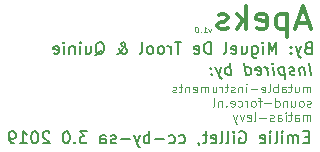
<source format=gbr>
%TF.GenerationSoftware,KiCad,Pcbnew,(6.0.0)*%
%TF.CreationDate,2022-11-14T01:30:50+01:00*%
%TF.ProjectId,Apeks Panel 8mm buttons,4170656b-7320-4506-916e-656c20386d6d,rev?*%
%TF.SameCoordinates,Original*%
%TF.FileFunction,Legend,Bot*%
%TF.FilePolarity,Positive*%
%FSLAX46Y46*%
G04 Gerber Fmt 4.6, Leading zero omitted, Abs format (unit mm)*
G04 Created by KiCad (PCBNEW (6.0.0)) date 2022-11-14 01:30:50*
%MOMM*%
%LPD*%
G01*
G04 APERTURE LIST*
%ADD10C,0.200000*%
%ADD11C,0.125000*%
%ADD12C,0.375000*%
%ADD13C,0.100000*%
%ADD14C,0.150000*%
G04 APERTURE END LIST*
D10*
X118864548Y-157754580D02*
X118739548Y-156754580D01*
X118305025Y-157087914D02*
X118388358Y-157754580D01*
X118316929Y-157183152D02*
X118263358Y-157135533D01*
X118162167Y-157087914D01*
X118019310Y-157087914D01*
X117930025Y-157135533D01*
X117894310Y-157230771D01*
X117959786Y-157754580D01*
X117525263Y-157706961D02*
X117435977Y-157754580D01*
X117245501Y-157754580D01*
X117144310Y-157706961D01*
X117084786Y-157611723D01*
X117078834Y-157564104D01*
X117114548Y-157468866D01*
X117203834Y-157421247D01*
X117346691Y-157421247D01*
X117435977Y-157373628D01*
X117471691Y-157278390D01*
X117465739Y-157230771D01*
X117406215Y-157135533D01*
X117305025Y-157087914D01*
X117162167Y-157087914D01*
X117072882Y-157135533D01*
X116590739Y-157087914D02*
X116715739Y-158087914D01*
X116596691Y-157135533D02*
X116495501Y-157087914D01*
X116305025Y-157087914D01*
X116215739Y-157135533D01*
X116174072Y-157183152D01*
X116138358Y-157278390D01*
X116174072Y-157564104D01*
X116233596Y-157659342D01*
X116287167Y-157706961D01*
X116388358Y-157754580D01*
X116578834Y-157754580D01*
X116668120Y-157706961D01*
X115769310Y-157754580D02*
X115685977Y-157087914D01*
X115644310Y-156754580D02*
X115697882Y-156802200D01*
X115656215Y-156849819D01*
X115602644Y-156802200D01*
X115644310Y-156754580D01*
X115656215Y-156849819D01*
X115293120Y-157754580D02*
X115209786Y-157087914D01*
X115233596Y-157278390D02*
X115174072Y-157183152D01*
X115120501Y-157135533D01*
X115019310Y-157087914D01*
X114924072Y-157087914D01*
X114287167Y-157706961D02*
X114388358Y-157754580D01*
X114578834Y-157754580D01*
X114668120Y-157706961D01*
X114703834Y-157611723D01*
X114656215Y-157230771D01*
X114596691Y-157135533D01*
X114495501Y-157087914D01*
X114305025Y-157087914D01*
X114215739Y-157135533D01*
X114180025Y-157230771D01*
X114191929Y-157326009D01*
X114680025Y-157421247D01*
X113388358Y-157754580D02*
X113263358Y-156754580D01*
X113382405Y-157706961D02*
X113483596Y-157754580D01*
X113674072Y-157754580D01*
X113763358Y-157706961D01*
X113805025Y-157659342D01*
X113840739Y-157564104D01*
X113805025Y-157278390D01*
X113745501Y-157183152D01*
X113691929Y-157135533D01*
X113590739Y-157087914D01*
X113400263Y-157087914D01*
X113310977Y-157135533D01*
X112150263Y-157754580D02*
X112025263Y-156754580D01*
X112072882Y-157135533D02*
X111971691Y-157087914D01*
X111781215Y-157087914D01*
X111691929Y-157135533D01*
X111650263Y-157183152D01*
X111614548Y-157278390D01*
X111650263Y-157564104D01*
X111709786Y-157659342D01*
X111763358Y-157706961D01*
X111864548Y-157754580D01*
X112055025Y-157754580D01*
X112144310Y-157706961D01*
X111257405Y-157087914D02*
X111102644Y-157754580D01*
X110781215Y-157087914D02*
X111102644Y-157754580D01*
X111227644Y-157992676D01*
X111281215Y-158040295D01*
X111382405Y-158087914D01*
X110471691Y-157659342D02*
X110430025Y-157706961D01*
X110483596Y-157754580D01*
X110525263Y-157706961D01*
X110471691Y-157659342D01*
X110483596Y-157754580D01*
X110406215Y-157135533D02*
X110364548Y-157183152D01*
X110418120Y-157230771D01*
X110459786Y-157183152D01*
X110406215Y-157135533D01*
X110418120Y-157230771D01*
X118692066Y-163004771D02*
X118358733Y-163004771D01*
X118215876Y-163528580D02*
X118692066Y-163528580D01*
X118692066Y-162528580D01*
X118215876Y-162528580D01*
X117787304Y-163528580D02*
X117787304Y-162861914D01*
X117787304Y-162957152D02*
X117739685Y-162909533D01*
X117644447Y-162861914D01*
X117501590Y-162861914D01*
X117406352Y-162909533D01*
X117358733Y-163004771D01*
X117358733Y-163528580D01*
X117358733Y-163004771D02*
X117311114Y-162909533D01*
X117215876Y-162861914D01*
X117073019Y-162861914D01*
X116977780Y-162909533D01*
X116930161Y-163004771D01*
X116930161Y-163528580D01*
X116453971Y-163528580D02*
X116453971Y-162861914D01*
X116453971Y-162528580D02*
X116501590Y-162576200D01*
X116453971Y-162623819D01*
X116406352Y-162576200D01*
X116453971Y-162528580D01*
X116453971Y-162623819D01*
X115834923Y-163528580D02*
X115930161Y-163480961D01*
X115977780Y-163385723D01*
X115977780Y-162528580D01*
X115453971Y-163528580D02*
X115453971Y-162861914D01*
X115453971Y-162528580D02*
X115501590Y-162576200D01*
X115453971Y-162623819D01*
X115406352Y-162576200D01*
X115453971Y-162528580D01*
X115453971Y-162623819D01*
X114596828Y-163480961D02*
X114692066Y-163528580D01*
X114882542Y-163528580D01*
X114977780Y-163480961D01*
X115025400Y-163385723D01*
X115025400Y-163004771D01*
X114977780Y-162909533D01*
X114882542Y-162861914D01*
X114692066Y-162861914D01*
X114596828Y-162909533D01*
X114549209Y-163004771D01*
X114549209Y-163100009D01*
X115025400Y-163195247D01*
X112834923Y-162576200D02*
X112930161Y-162528580D01*
X113073019Y-162528580D01*
X113215876Y-162576200D01*
X113311114Y-162671438D01*
X113358733Y-162766676D01*
X113406352Y-162957152D01*
X113406352Y-163100009D01*
X113358733Y-163290485D01*
X113311114Y-163385723D01*
X113215876Y-163480961D01*
X113073019Y-163528580D01*
X112977780Y-163528580D01*
X112834923Y-163480961D01*
X112787304Y-163433342D01*
X112787304Y-163100009D01*
X112977780Y-163100009D01*
X112358733Y-163528580D02*
X112358733Y-162861914D01*
X112358733Y-162528580D02*
X112406352Y-162576200D01*
X112358733Y-162623819D01*
X112311114Y-162576200D01*
X112358733Y-162528580D01*
X112358733Y-162623819D01*
X111739685Y-163528580D02*
X111834923Y-163480961D01*
X111882542Y-163385723D01*
X111882542Y-162528580D01*
X111215876Y-163528580D02*
X111311114Y-163480961D01*
X111358733Y-163385723D01*
X111358733Y-162528580D01*
X110453971Y-163480961D02*
X110549209Y-163528580D01*
X110739685Y-163528580D01*
X110834923Y-163480961D01*
X110882542Y-163385723D01*
X110882542Y-163004771D01*
X110834923Y-162909533D01*
X110739685Y-162861914D01*
X110549209Y-162861914D01*
X110453971Y-162909533D01*
X110406352Y-163004771D01*
X110406352Y-163100009D01*
X110882542Y-163195247D01*
X110120638Y-162861914D02*
X109739685Y-162861914D01*
X109977780Y-162528580D02*
X109977780Y-163385723D01*
X109930161Y-163480961D01*
X109834923Y-163528580D01*
X109739685Y-163528580D01*
X109358733Y-163480961D02*
X109358733Y-163528580D01*
X109406352Y-163623819D01*
X109453971Y-163671438D01*
X107739685Y-163480961D02*
X107834923Y-163528580D01*
X108025400Y-163528580D01*
X108120638Y-163480961D01*
X108168257Y-163433342D01*
X108215876Y-163338104D01*
X108215876Y-163052390D01*
X108168257Y-162957152D01*
X108120638Y-162909533D01*
X108025400Y-162861914D01*
X107834923Y-162861914D01*
X107739685Y-162909533D01*
X106882542Y-163480961D02*
X106977780Y-163528580D01*
X107168257Y-163528580D01*
X107263495Y-163480961D01*
X107311114Y-163433342D01*
X107358733Y-163338104D01*
X107358733Y-163052390D01*
X107311114Y-162957152D01*
X107263495Y-162909533D01*
X107168257Y-162861914D01*
X106977780Y-162861914D01*
X106882542Y-162909533D01*
X106453971Y-163147628D02*
X105692066Y-163147628D01*
X105215876Y-163528580D02*
X105215876Y-162528580D01*
X105215876Y-162909533D02*
X105120638Y-162861914D01*
X104930161Y-162861914D01*
X104834923Y-162909533D01*
X104787304Y-162957152D01*
X104739685Y-163052390D01*
X104739685Y-163338104D01*
X104787304Y-163433342D01*
X104834923Y-163480961D01*
X104930161Y-163528580D01*
X105120638Y-163528580D01*
X105215876Y-163480961D01*
X104406352Y-162861914D02*
X104168257Y-163528580D01*
X103930161Y-162861914D02*
X104168257Y-163528580D01*
X104263495Y-163766676D01*
X104311114Y-163814295D01*
X104406352Y-163861914D01*
X103549209Y-163147628D02*
X102787304Y-163147628D01*
X102358733Y-163480961D02*
X102263495Y-163528580D01*
X102073019Y-163528580D01*
X101977780Y-163480961D01*
X101930161Y-163385723D01*
X101930161Y-163338104D01*
X101977780Y-163242866D01*
X102073019Y-163195247D01*
X102215876Y-163195247D01*
X102311114Y-163147628D01*
X102358733Y-163052390D01*
X102358733Y-163004771D01*
X102311114Y-162909533D01*
X102215876Y-162861914D01*
X102073019Y-162861914D01*
X101977780Y-162909533D01*
X101073019Y-163528580D02*
X101073019Y-163004771D01*
X101120638Y-162909533D01*
X101215876Y-162861914D01*
X101406352Y-162861914D01*
X101501590Y-162909533D01*
X101073019Y-163480961D02*
X101168257Y-163528580D01*
X101406352Y-163528580D01*
X101501590Y-163480961D01*
X101549209Y-163385723D01*
X101549209Y-163290485D01*
X101501590Y-163195247D01*
X101406352Y-163147628D01*
X101168257Y-163147628D01*
X101073019Y-163100009D01*
X99930161Y-162528580D02*
X99311114Y-162528580D01*
X99644447Y-162909533D01*
X99501590Y-162909533D01*
X99406352Y-162957152D01*
X99358733Y-163004771D01*
X99311114Y-163100009D01*
X99311114Y-163338104D01*
X99358733Y-163433342D01*
X99406352Y-163480961D01*
X99501590Y-163528580D01*
X99787304Y-163528580D01*
X99882542Y-163480961D01*
X99930161Y-163433342D01*
X98882542Y-163433342D02*
X98834923Y-163480961D01*
X98882542Y-163528580D01*
X98930161Y-163480961D01*
X98882542Y-163433342D01*
X98882542Y-163528580D01*
X98215876Y-162528580D02*
X98120638Y-162528580D01*
X98025400Y-162576200D01*
X97977780Y-162623819D01*
X97930161Y-162719057D01*
X97882542Y-162909533D01*
X97882542Y-163147628D01*
X97930161Y-163338104D01*
X97977780Y-163433342D01*
X98025400Y-163480961D01*
X98120638Y-163528580D01*
X98215876Y-163528580D01*
X98311114Y-163480961D01*
X98358733Y-163433342D01*
X98406352Y-163338104D01*
X98453971Y-163147628D01*
X98453971Y-162909533D01*
X98406352Y-162719057D01*
X98358733Y-162623819D01*
X98311114Y-162576200D01*
X98215876Y-162528580D01*
X96739685Y-162623819D02*
X96692066Y-162576200D01*
X96596828Y-162528580D01*
X96358733Y-162528580D01*
X96263495Y-162576200D01*
X96215876Y-162623819D01*
X96168257Y-162719057D01*
X96168257Y-162814295D01*
X96215876Y-162957152D01*
X96787304Y-163528580D01*
X96168257Y-163528580D01*
X95549209Y-162528580D02*
X95453971Y-162528580D01*
X95358733Y-162576200D01*
X95311114Y-162623819D01*
X95263495Y-162719057D01*
X95215876Y-162909533D01*
X95215876Y-163147628D01*
X95263495Y-163338104D01*
X95311114Y-163433342D01*
X95358733Y-163480961D01*
X95453971Y-163528580D01*
X95549209Y-163528580D01*
X95644447Y-163480961D01*
X95692066Y-163433342D01*
X95739685Y-163338104D01*
X95787304Y-163147628D01*
X95787304Y-162909533D01*
X95739685Y-162719057D01*
X95692066Y-162623819D01*
X95644447Y-162576200D01*
X95549209Y-162528580D01*
X94263495Y-163528580D02*
X94834923Y-163528580D01*
X94549209Y-163528580D02*
X94549209Y-162528580D01*
X94644447Y-162671438D01*
X94739685Y-162766676D01*
X94834923Y-162814295D01*
X93787304Y-163528580D02*
X93596828Y-163528580D01*
X93501590Y-163480961D01*
X93453971Y-163433342D01*
X93358733Y-163290485D01*
X93311114Y-163100009D01*
X93311114Y-162719057D01*
X93358733Y-162623819D01*
X93406352Y-162576200D01*
X93501590Y-162528580D01*
X93692066Y-162528580D01*
X93787304Y-162576200D01*
X93834923Y-162623819D01*
X93882542Y-162719057D01*
X93882542Y-162957152D01*
X93834923Y-163052390D01*
X93787304Y-163100009D01*
X93692066Y-163147628D01*
X93501590Y-163147628D01*
X93406352Y-163100009D01*
X93358733Y-163052390D01*
X93311114Y-162957152D01*
D11*
X110447955Y-153816857D02*
X110370574Y-154150190D01*
X110209860Y-153816857D01*
X109799145Y-154150190D02*
X110084860Y-154150190D01*
X109942002Y-154150190D02*
X109879502Y-153650190D01*
X109936050Y-153721619D01*
X109989622Y-153769238D01*
X110040217Y-153793047D01*
X109578907Y-154102571D02*
X109558074Y-154126380D01*
X109584860Y-154150190D01*
X109605693Y-154126380D01*
X109578907Y-154102571D01*
X109584860Y-154150190D01*
X109189026Y-153650190D02*
X109141407Y-153650190D01*
X109096764Y-153674000D01*
X109075931Y-153697809D01*
X109058074Y-153745428D01*
X109046169Y-153840666D01*
X109061050Y-153959714D01*
X109096764Y-154054952D01*
X109126526Y-154102571D01*
X109153312Y-154126380D01*
X109203907Y-154150190D01*
X109251526Y-154150190D01*
X109296169Y-154126380D01*
X109317002Y-154102571D01*
X109334860Y-154054952D01*
X109346764Y-153959714D01*
X109331883Y-153840666D01*
X109296169Y-153745428D01*
X109266407Y-153697809D01*
X109239622Y-153674000D01*
X109189026Y-153650190D01*
D12*
X118690542Y-153317533D02*
X117738161Y-153317533D01*
X118881019Y-153888961D02*
X118214352Y-151888961D01*
X117547685Y-153888961D01*
X116881019Y-152555628D02*
X116881019Y-154555628D01*
X116881019Y-152650866D02*
X116690542Y-152555628D01*
X116309590Y-152555628D01*
X116119114Y-152650866D01*
X116023876Y-152746104D01*
X115928638Y-152936580D01*
X115928638Y-153508009D01*
X116023876Y-153698485D01*
X116119114Y-153793723D01*
X116309590Y-153888961D01*
X116690542Y-153888961D01*
X116881019Y-153793723D01*
X114309590Y-153793723D02*
X114500066Y-153888961D01*
X114881019Y-153888961D01*
X115071495Y-153793723D01*
X115166733Y-153603247D01*
X115166733Y-152841342D01*
X115071495Y-152650866D01*
X114881019Y-152555628D01*
X114500066Y-152555628D01*
X114309590Y-152650866D01*
X114214352Y-152841342D01*
X114214352Y-153031819D01*
X115166733Y-153222295D01*
X113357209Y-153888961D02*
X113357209Y-151888961D01*
X113166733Y-153127057D02*
X112595304Y-153888961D01*
X112595304Y-152555628D02*
X113357209Y-153317533D01*
X111833400Y-153793723D02*
X111642923Y-153888961D01*
X111261971Y-153888961D01*
X111071495Y-153793723D01*
X110976257Y-153603247D01*
X110976257Y-153508009D01*
X111071495Y-153317533D01*
X111261971Y-153222295D01*
X111547685Y-153222295D01*
X111738161Y-153127057D01*
X111833400Y-152936580D01*
X111833400Y-152841342D01*
X111738161Y-152650866D01*
X111547685Y-152555628D01*
X111261971Y-152555628D01*
X111071495Y-152650866D01*
D13*
X118847428Y-159227985D02*
X118847428Y-158727985D01*
X118847428Y-158799414D02*
X118811714Y-158763700D01*
X118740285Y-158727985D01*
X118633142Y-158727985D01*
X118561714Y-158763700D01*
X118526000Y-158835128D01*
X118526000Y-159227985D01*
X118526000Y-158835128D02*
X118490285Y-158763700D01*
X118418857Y-158727985D01*
X118311714Y-158727985D01*
X118240285Y-158763700D01*
X118204571Y-158835128D01*
X118204571Y-159227985D01*
X117526000Y-158727985D02*
X117526000Y-159227985D01*
X117847428Y-158727985D02*
X117847428Y-159120842D01*
X117811714Y-159192271D01*
X117740285Y-159227985D01*
X117633142Y-159227985D01*
X117561714Y-159192271D01*
X117526000Y-159156557D01*
X117276000Y-158727985D02*
X116990285Y-158727985D01*
X117168857Y-158477985D02*
X117168857Y-159120842D01*
X117133142Y-159192271D01*
X117061714Y-159227985D01*
X116990285Y-159227985D01*
X116418857Y-159227985D02*
X116418857Y-158835128D01*
X116454571Y-158763700D01*
X116526000Y-158727985D01*
X116668857Y-158727985D01*
X116740285Y-158763700D01*
X116418857Y-159192271D02*
X116490285Y-159227985D01*
X116668857Y-159227985D01*
X116740285Y-159192271D01*
X116776000Y-159120842D01*
X116776000Y-159049414D01*
X116740285Y-158977985D01*
X116668857Y-158942271D01*
X116490285Y-158942271D01*
X116418857Y-158906557D01*
X116061714Y-159227985D02*
X116061714Y-158477985D01*
X116061714Y-158763700D02*
X115990285Y-158727985D01*
X115847428Y-158727985D01*
X115776000Y-158763700D01*
X115740285Y-158799414D01*
X115704571Y-158870842D01*
X115704571Y-159085128D01*
X115740285Y-159156557D01*
X115776000Y-159192271D01*
X115847428Y-159227985D01*
X115990285Y-159227985D01*
X116061714Y-159192271D01*
X115276000Y-159227985D02*
X115347428Y-159192271D01*
X115383142Y-159120842D01*
X115383142Y-158477985D01*
X114704571Y-159192271D02*
X114776000Y-159227985D01*
X114918857Y-159227985D01*
X114990285Y-159192271D01*
X115026000Y-159120842D01*
X115026000Y-158835128D01*
X114990285Y-158763700D01*
X114918857Y-158727985D01*
X114776000Y-158727985D01*
X114704571Y-158763700D01*
X114668857Y-158835128D01*
X114668857Y-158906557D01*
X115026000Y-158977985D01*
X114347428Y-158942271D02*
X113776000Y-158942271D01*
X113418857Y-159227985D02*
X113418857Y-158727985D01*
X113418857Y-158477985D02*
X113454571Y-158513700D01*
X113418857Y-158549414D01*
X113383142Y-158513700D01*
X113418857Y-158477985D01*
X113418857Y-158549414D01*
X113061714Y-158727985D02*
X113061714Y-159227985D01*
X113061714Y-158799414D02*
X113026000Y-158763700D01*
X112954571Y-158727985D01*
X112847428Y-158727985D01*
X112776000Y-158763700D01*
X112740285Y-158835128D01*
X112740285Y-159227985D01*
X112418857Y-159192271D02*
X112347428Y-159227985D01*
X112204571Y-159227985D01*
X112133142Y-159192271D01*
X112097428Y-159120842D01*
X112097428Y-159085128D01*
X112133142Y-159013700D01*
X112204571Y-158977985D01*
X112311714Y-158977985D01*
X112383142Y-158942271D01*
X112418857Y-158870842D01*
X112418857Y-158835128D01*
X112383142Y-158763700D01*
X112311714Y-158727985D01*
X112204571Y-158727985D01*
X112133142Y-158763700D01*
X111883142Y-158727985D02*
X111597428Y-158727985D01*
X111776000Y-158477985D02*
X111776000Y-159120842D01*
X111740285Y-159192271D01*
X111668857Y-159227985D01*
X111597428Y-159227985D01*
X111347428Y-159227985D02*
X111347428Y-158727985D01*
X111347428Y-158870842D02*
X111311714Y-158799414D01*
X111276000Y-158763700D01*
X111204571Y-158727985D01*
X111133142Y-158727985D01*
X110561714Y-158727985D02*
X110561714Y-159227985D01*
X110883142Y-158727985D02*
X110883142Y-159120842D01*
X110847428Y-159192271D01*
X110776000Y-159227985D01*
X110668857Y-159227985D01*
X110597428Y-159192271D01*
X110561714Y-159156557D01*
X110204571Y-159227985D02*
X110204571Y-158727985D01*
X110204571Y-158799414D02*
X110168857Y-158763700D01*
X110097428Y-158727985D01*
X109990285Y-158727985D01*
X109918857Y-158763700D01*
X109883142Y-158835128D01*
X109883142Y-159227985D01*
X109883142Y-158835128D02*
X109847428Y-158763700D01*
X109776000Y-158727985D01*
X109668857Y-158727985D01*
X109597428Y-158763700D01*
X109561714Y-158835128D01*
X109561714Y-159227985D01*
X108918857Y-159192271D02*
X108990285Y-159227985D01*
X109133142Y-159227985D01*
X109204571Y-159192271D01*
X109240285Y-159120842D01*
X109240285Y-158835128D01*
X109204571Y-158763700D01*
X109133142Y-158727985D01*
X108990285Y-158727985D01*
X108918857Y-158763700D01*
X108883142Y-158835128D01*
X108883142Y-158906557D01*
X109240285Y-158977985D01*
X108561714Y-158727985D02*
X108561714Y-159227985D01*
X108561714Y-158799414D02*
X108526000Y-158763700D01*
X108454571Y-158727985D01*
X108347428Y-158727985D01*
X108276000Y-158763700D01*
X108240285Y-158835128D01*
X108240285Y-159227985D01*
X107990285Y-158727985D02*
X107704571Y-158727985D01*
X107883142Y-158477985D02*
X107883142Y-159120842D01*
X107847428Y-159192271D01*
X107776000Y-159227985D01*
X107704571Y-159227985D01*
X107490285Y-159192271D02*
X107418857Y-159227985D01*
X107276000Y-159227985D01*
X107204571Y-159192271D01*
X107168857Y-159120842D01*
X107168857Y-159085128D01*
X107204571Y-159013700D01*
X107276000Y-158977985D01*
X107383142Y-158977985D01*
X107454571Y-158942271D01*
X107490285Y-158870842D01*
X107490285Y-158835128D01*
X107454571Y-158763700D01*
X107383142Y-158727985D01*
X107276000Y-158727985D01*
X107204571Y-158763700D01*
X118883142Y-160399771D02*
X118811714Y-160435485D01*
X118668857Y-160435485D01*
X118597428Y-160399771D01*
X118561714Y-160328342D01*
X118561714Y-160292628D01*
X118597428Y-160221200D01*
X118668857Y-160185485D01*
X118776000Y-160185485D01*
X118847428Y-160149771D01*
X118883142Y-160078342D01*
X118883142Y-160042628D01*
X118847428Y-159971200D01*
X118776000Y-159935485D01*
X118668857Y-159935485D01*
X118597428Y-159971200D01*
X118133142Y-160435485D02*
X118204571Y-160399771D01*
X118240285Y-160364057D01*
X118276000Y-160292628D01*
X118276000Y-160078342D01*
X118240285Y-160006914D01*
X118204571Y-159971200D01*
X118133142Y-159935485D01*
X118026000Y-159935485D01*
X117954571Y-159971200D01*
X117918857Y-160006914D01*
X117883142Y-160078342D01*
X117883142Y-160292628D01*
X117918857Y-160364057D01*
X117954571Y-160399771D01*
X118026000Y-160435485D01*
X118133142Y-160435485D01*
X117240285Y-159935485D02*
X117240285Y-160435485D01*
X117561714Y-159935485D02*
X117561714Y-160328342D01*
X117526000Y-160399771D01*
X117454571Y-160435485D01*
X117347428Y-160435485D01*
X117276000Y-160399771D01*
X117240285Y-160364057D01*
X116883142Y-159935485D02*
X116883142Y-160435485D01*
X116883142Y-160006914D02*
X116847428Y-159971200D01*
X116776000Y-159935485D01*
X116668857Y-159935485D01*
X116597428Y-159971200D01*
X116561714Y-160042628D01*
X116561714Y-160435485D01*
X115883142Y-160435485D02*
X115883142Y-159685485D01*
X115883142Y-160399771D02*
X115954571Y-160435485D01*
X116097428Y-160435485D01*
X116168857Y-160399771D01*
X116204571Y-160364057D01*
X116240285Y-160292628D01*
X116240285Y-160078342D01*
X116204571Y-160006914D01*
X116168857Y-159971200D01*
X116097428Y-159935485D01*
X115954571Y-159935485D01*
X115883142Y-159971200D01*
X115526000Y-160149771D02*
X114954571Y-160149771D01*
X114704571Y-159935485D02*
X114418857Y-159935485D01*
X114597428Y-160435485D02*
X114597428Y-159792628D01*
X114561714Y-159721200D01*
X114490285Y-159685485D01*
X114418857Y-159685485D01*
X114061714Y-160435485D02*
X114133142Y-160399771D01*
X114168857Y-160364057D01*
X114204571Y-160292628D01*
X114204571Y-160078342D01*
X114168857Y-160006914D01*
X114133142Y-159971200D01*
X114061714Y-159935485D01*
X113954571Y-159935485D01*
X113883142Y-159971200D01*
X113847428Y-160006914D01*
X113811714Y-160078342D01*
X113811714Y-160292628D01*
X113847428Y-160364057D01*
X113883142Y-160399771D01*
X113954571Y-160435485D01*
X114061714Y-160435485D01*
X113490285Y-160435485D02*
X113490285Y-159935485D01*
X113490285Y-160078342D02*
X113454571Y-160006914D01*
X113418857Y-159971200D01*
X113347428Y-159935485D01*
X113276000Y-159935485D01*
X112704571Y-160399771D02*
X112776000Y-160435485D01*
X112918857Y-160435485D01*
X112990285Y-160399771D01*
X113026000Y-160364057D01*
X113061714Y-160292628D01*
X113061714Y-160078342D01*
X113026000Y-160006914D01*
X112990285Y-159971200D01*
X112918857Y-159935485D01*
X112776000Y-159935485D01*
X112704571Y-159971200D01*
X112097428Y-160399771D02*
X112168857Y-160435485D01*
X112311714Y-160435485D01*
X112383142Y-160399771D01*
X112418857Y-160328342D01*
X112418857Y-160042628D01*
X112383142Y-159971200D01*
X112311714Y-159935485D01*
X112168857Y-159935485D01*
X112097428Y-159971200D01*
X112061714Y-160042628D01*
X112061714Y-160114057D01*
X112418857Y-160185485D01*
X111740285Y-160364057D02*
X111704571Y-160399771D01*
X111740285Y-160435485D01*
X111776000Y-160399771D01*
X111740285Y-160364057D01*
X111740285Y-160435485D01*
X111383142Y-159935485D02*
X111383142Y-160435485D01*
X111383142Y-160006914D02*
X111347428Y-159971200D01*
X111276000Y-159935485D01*
X111168857Y-159935485D01*
X111097428Y-159971200D01*
X111061714Y-160042628D01*
X111061714Y-160435485D01*
X110597428Y-160435485D02*
X110668857Y-160399771D01*
X110704571Y-160328342D01*
X110704571Y-159685485D01*
X118847428Y-161642985D02*
X118847428Y-161142985D01*
X118847428Y-161214414D02*
X118811714Y-161178700D01*
X118740285Y-161142985D01*
X118633142Y-161142985D01*
X118561714Y-161178700D01*
X118526000Y-161250128D01*
X118526000Y-161642985D01*
X118526000Y-161250128D02*
X118490285Y-161178700D01*
X118418857Y-161142985D01*
X118311714Y-161142985D01*
X118240285Y-161178700D01*
X118204571Y-161250128D01*
X118204571Y-161642985D01*
X117526000Y-161642985D02*
X117526000Y-161250128D01*
X117561714Y-161178700D01*
X117633142Y-161142985D01*
X117776000Y-161142985D01*
X117847428Y-161178700D01*
X117526000Y-161607271D02*
X117597428Y-161642985D01*
X117776000Y-161642985D01*
X117847428Y-161607271D01*
X117883142Y-161535842D01*
X117883142Y-161464414D01*
X117847428Y-161392985D01*
X117776000Y-161357271D01*
X117597428Y-161357271D01*
X117526000Y-161321557D01*
X117276000Y-161142985D02*
X116990285Y-161142985D01*
X117168857Y-160892985D02*
X117168857Y-161535842D01*
X117133142Y-161607271D01*
X117061714Y-161642985D01*
X116990285Y-161642985D01*
X116740285Y-161642985D02*
X116740285Y-161142985D01*
X116740285Y-160892985D02*
X116776000Y-160928700D01*
X116740285Y-160964414D01*
X116704571Y-160928700D01*
X116740285Y-160892985D01*
X116740285Y-160964414D01*
X116061714Y-161642985D02*
X116061714Y-161250128D01*
X116097428Y-161178700D01*
X116168857Y-161142985D01*
X116311714Y-161142985D01*
X116383142Y-161178700D01*
X116061714Y-161607271D02*
X116133142Y-161642985D01*
X116311714Y-161642985D01*
X116383142Y-161607271D01*
X116418857Y-161535842D01*
X116418857Y-161464414D01*
X116383142Y-161392985D01*
X116311714Y-161357271D01*
X116133142Y-161357271D01*
X116061714Y-161321557D01*
X115740285Y-161607271D02*
X115668857Y-161642985D01*
X115526000Y-161642985D01*
X115454571Y-161607271D01*
X115418857Y-161535842D01*
X115418857Y-161500128D01*
X115454571Y-161428700D01*
X115526000Y-161392985D01*
X115633142Y-161392985D01*
X115704571Y-161357271D01*
X115740285Y-161285842D01*
X115740285Y-161250128D01*
X115704571Y-161178700D01*
X115633142Y-161142985D01*
X115526000Y-161142985D01*
X115454571Y-161178700D01*
X115097428Y-161357271D02*
X114526000Y-161357271D01*
X114061714Y-161642985D02*
X114133142Y-161607271D01*
X114168857Y-161535842D01*
X114168857Y-160892985D01*
X113490285Y-161607271D02*
X113561714Y-161642985D01*
X113704571Y-161642985D01*
X113776000Y-161607271D01*
X113811714Y-161535842D01*
X113811714Y-161250128D01*
X113776000Y-161178700D01*
X113704571Y-161142985D01*
X113561714Y-161142985D01*
X113490285Y-161178700D01*
X113454571Y-161250128D01*
X113454571Y-161321557D01*
X113811714Y-161392985D01*
X113204571Y-161142985D02*
X113026000Y-161642985D01*
X112847428Y-161142985D01*
X112633142Y-161142985D02*
X112454571Y-161642985D01*
X112276000Y-161142985D02*
X112454571Y-161642985D01*
X112526000Y-161821557D01*
X112561714Y-161857271D01*
X112633142Y-161892985D01*
D14*
X118634871Y-155452771D02*
X118492014Y-155500390D01*
X118444395Y-155548009D01*
X118396776Y-155643247D01*
X118396776Y-155786104D01*
X118444395Y-155881342D01*
X118492014Y-155928961D01*
X118587252Y-155976580D01*
X118968204Y-155976580D01*
X118968204Y-154976580D01*
X118634871Y-154976580D01*
X118539633Y-155024200D01*
X118492014Y-155071819D01*
X118444395Y-155167057D01*
X118444395Y-155262295D01*
X118492014Y-155357533D01*
X118539633Y-155405152D01*
X118634871Y-155452771D01*
X118968204Y-155452771D01*
X118063442Y-155309914D02*
X117825347Y-155976580D01*
X117587252Y-155309914D02*
X117825347Y-155976580D01*
X117920585Y-156214676D01*
X117968204Y-156262295D01*
X118063442Y-156309914D01*
X117206300Y-155881342D02*
X117158680Y-155928961D01*
X117206300Y-155976580D01*
X117253919Y-155928961D01*
X117206300Y-155881342D01*
X117206300Y-155976580D01*
X117206300Y-155357533D02*
X117158680Y-155405152D01*
X117206300Y-155452771D01*
X117253919Y-155405152D01*
X117206300Y-155357533D01*
X117206300Y-155452771D01*
X115968204Y-155976580D02*
X115968204Y-154976580D01*
X115634871Y-155690866D01*
X115301538Y-154976580D01*
X115301538Y-155976580D01*
X114825347Y-155976580D02*
X114825347Y-155309914D01*
X114825347Y-154976580D02*
X114872966Y-155024200D01*
X114825347Y-155071819D01*
X114777728Y-155024200D01*
X114825347Y-154976580D01*
X114825347Y-155071819D01*
X113920585Y-155309914D02*
X113920585Y-156119438D01*
X113968204Y-156214676D01*
X114015823Y-156262295D01*
X114111061Y-156309914D01*
X114253919Y-156309914D01*
X114349157Y-156262295D01*
X113920585Y-155928961D02*
X114015823Y-155976580D01*
X114206300Y-155976580D01*
X114301538Y-155928961D01*
X114349157Y-155881342D01*
X114396776Y-155786104D01*
X114396776Y-155500390D01*
X114349157Y-155405152D01*
X114301538Y-155357533D01*
X114206300Y-155309914D01*
X114015823Y-155309914D01*
X113920585Y-155357533D01*
X113015823Y-155309914D02*
X113015823Y-155976580D01*
X113444395Y-155309914D02*
X113444395Y-155833723D01*
X113396776Y-155928961D01*
X113301538Y-155976580D01*
X113158680Y-155976580D01*
X113063442Y-155928961D01*
X113015823Y-155881342D01*
X112158680Y-155928961D02*
X112253919Y-155976580D01*
X112444395Y-155976580D01*
X112539633Y-155928961D01*
X112587252Y-155833723D01*
X112587252Y-155452771D01*
X112539633Y-155357533D01*
X112444395Y-155309914D01*
X112253919Y-155309914D01*
X112158680Y-155357533D01*
X112111061Y-155452771D01*
X112111061Y-155548009D01*
X112587252Y-155643247D01*
X111539633Y-155976580D02*
X111634871Y-155928961D01*
X111682490Y-155833723D01*
X111682490Y-154976580D01*
X110396776Y-155976580D02*
X110396776Y-154976580D01*
X110158680Y-154976580D01*
X110015823Y-155024200D01*
X109920585Y-155119438D01*
X109872966Y-155214676D01*
X109825347Y-155405152D01*
X109825347Y-155548009D01*
X109872966Y-155738485D01*
X109920585Y-155833723D01*
X110015823Y-155928961D01*
X110158680Y-155976580D01*
X110396776Y-155976580D01*
X109015823Y-155928961D02*
X109111061Y-155976580D01*
X109301538Y-155976580D01*
X109396776Y-155928961D01*
X109444395Y-155833723D01*
X109444395Y-155452771D01*
X109396776Y-155357533D01*
X109301538Y-155309914D01*
X109111061Y-155309914D01*
X109015823Y-155357533D01*
X108968204Y-155452771D01*
X108968204Y-155548009D01*
X109444395Y-155643247D01*
X107920585Y-154976580D02*
X107349157Y-154976580D01*
X107634871Y-155976580D02*
X107634871Y-154976580D01*
X107015823Y-155976580D02*
X107015823Y-155309914D01*
X107015823Y-155500390D02*
X106968204Y-155405152D01*
X106920585Y-155357533D01*
X106825347Y-155309914D01*
X106730109Y-155309914D01*
X106253919Y-155976580D02*
X106349157Y-155928961D01*
X106396776Y-155881342D01*
X106444395Y-155786104D01*
X106444395Y-155500390D01*
X106396776Y-155405152D01*
X106349157Y-155357533D01*
X106253919Y-155309914D01*
X106111061Y-155309914D01*
X106015823Y-155357533D01*
X105968204Y-155405152D01*
X105920585Y-155500390D01*
X105920585Y-155786104D01*
X105968204Y-155881342D01*
X106015823Y-155928961D01*
X106111061Y-155976580D01*
X106253919Y-155976580D01*
X105349157Y-155976580D02*
X105444395Y-155928961D01*
X105492014Y-155881342D01*
X105539633Y-155786104D01*
X105539633Y-155500390D01*
X105492014Y-155405152D01*
X105444395Y-155357533D01*
X105349157Y-155309914D01*
X105206300Y-155309914D01*
X105111061Y-155357533D01*
X105063442Y-155405152D01*
X105015823Y-155500390D01*
X105015823Y-155786104D01*
X105063442Y-155881342D01*
X105111061Y-155928961D01*
X105206300Y-155976580D01*
X105349157Y-155976580D01*
X104444395Y-155976580D02*
X104539633Y-155928961D01*
X104587252Y-155833723D01*
X104587252Y-154976580D01*
X102492014Y-155976580D02*
X102539633Y-155976580D01*
X102634871Y-155928961D01*
X102777728Y-155786104D01*
X103015823Y-155500390D01*
X103111061Y-155357533D01*
X103158680Y-155214676D01*
X103158680Y-155119438D01*
X103111061Y-155024200D01*
X103015823Y-154976580D01*
X102968204Y-154976580D01*
X102872966Y-155024200D01*
X102825347Y-155119438D01*
X102825347Y-155167057D01*
X102872966Y-155262295D01*
X102920585Y-155309914D01*
X103206300Y-155500390D01*
X103253919Y-155548009D01*
X103301538Y-155643247D01*
X103301538Y-155786104D01*
X103253919Y-155881342D01*
X103206300Y-155928961D01*
X103111061Y-155976580D01*
X102968204Y-155976580D01*
X102872966Y-155928961D01*
X102825347Y-155881342D01*
X102682490Y-155690866D01*
X102634871Y-155548009D01*
X102634871Y-155452771D01*
X100634871Y-156071819D02*
X100730109Y-156024200D01*
X100825347Y-155928961D01*
X100968204Y-155786104D01*
X101063442Y-155738485D01*
X101158680Y-155738485D01*
X101111061Y-155976580D02*
X101206300Y-155928961D01*
X101301538Y-155833723D01*
X101349157Y-155643247D01*
X101349157Y-155309914D01*
X101301538Y-155119438D01*
X101206300Y-155024200D01*
X101111061Y-154976580D01*
X100920585Y-154976580D01*
X100825347Y-155024200D01*
X100730109Y-155119438D01*
X100682490Y-155309914D01*
X100682490Y-155643247D01*
X100730109Y-155833723D01*
X100825347Y-155928961D01*
X100920585Y-155976580D01*
X101111061Y-155976580D01*
X99825347Y-155309914D02*
X99825347Y-155976580D01*
X100253919Y-155309914D02*
X100253919Y-155833723D01*
X100206300Y-155928961D01*
X100111061Y-155976580D01*
X99968204Y-155976580D01*
X99872966Y-155928961D01*
X99825347Y-155881342D01*
X99349157Y-155976580D02*
X99349157Y-155309914D01*
X99349157Y-154976580D02*
X99396776Y-155024200D01*
X99349157Y-155071819D01*
X99301538Y-155024200D01*
X99349157Y-154976580D01*
X99349157Y-155071819D01*
X98872966Y-155309914D02*
X98872966Y-155976580D01*
X98872966Y-155405152D02*
X98825347Y-155357533D01*
X98730109Y-155309914D01*
X98587252Y-155309914D01*
X98492014Y-155357533D01*
X98444395Y-155452771D01*
X98444395Y-155976580D01*
X97968204Y-155976580D02*
X97968204Y-155309914D01*
X97968204Y-154976580D02*
X98015823Y-155024200D01*
X97968204Y-155071819D01*
X97920585Y-155024200D01*
X97968204Y-154976580D01*
X97968204Y-155071819D01*
X97111061Y-155928961D02*
X97206300Y-155976580D01*
X97396776Y-155976580D01*
X97492014Y-155928961D01*
X97539633Y-155833723D01*
X97539633Y-155452771D01*
X97492014Y-155357533D01*
X97396776Y-155309914D01*
X97206300Y-155309914D01*
X97111061Y-155357533D01*
X97063442Y-155452771D01*
X97063442Y-155548009D01*
X97539633Y-155643247D01*
M02*

</source>
